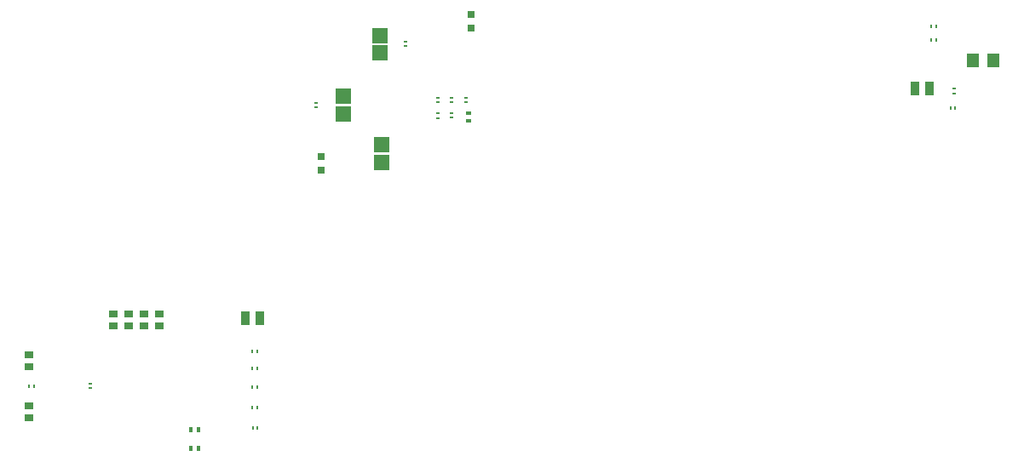
<source format=gbp>
G04*
G04 #@! TF.GenerationSoftware,Altium Limited,Altium Designer,24.1.2 (44)*
G04*
G04 Layer_Color=128*
%FSLAX44Y44*%
%MOMM*%
G71*
G04*
G04 #@! TF.SameCoordinates,0A8073CA-4D69-4BD4-B8E1-8B9189CEBFBB*
G04*
G04*
G04 #@! TF.FilePolarity,Positive*
G04*
G01*
G75*
%ADD23R,0.2500X0.3000*%
%ADD27R,0.9000X0.8000*%
%ADD35R,0.3000X0.2500*%
%ADD43R,1.2000X1.4500*%
%ADD44R,0.4000X0.5000*%
%ADD83R,1.5562X1.5781*%
%ADD84R,0.7000X0.6500*%
%ADD85R,0.5000X0.4000*%
%ADD86R,0.9500X1.3500*%
D23*
X732625Y401320D02*
D03*
X727875D02*
D03*
X732460Y441960D02*
D03*
X727710D02*
D03*
X732460Y461010D02*
D03*
X727710D02*
D03*
X732460Y477520D02*
D03*
X727710D02*
D03*
X732460Y421640D02*
D03*
X727710D02*
D03*
X505625Y443230D02*
D03*
X510375D02*
D03*
X1402410Y801370D02*
D03*
X1407160D02*
D03*
X1402410Y787400D02*
D03*
X1407160D02*
D03*
X1426210Y720090D02*
D03*
X1421460D02*
D03*
D27*
X635000Y515270D02*
D03*
Y503270D02*
D03*
X619760Y514920D02*
D03*
Y502920D02*
D03*
X604520Y514920D02*
D03*
Y502920D02*
D03*
X589280Y514920D02*
D03*
Y502920D02*
D03*
X505460Y474630D02*
D03*
Y462630D02*
D03*
Y411480D02*
D03*
Y423480D02*
D03*
D35*
X880110Y785965D02*
D03*
Y781215D02*
D03*
X791210Y720255D02*
D03*
Y725005D02*
D03*
X939800Y725500D02*
D03*
Y730250D02*
D03*
X925830Y725335D02*
D03*
Y730085D02*
D03*
X911860Y725335D02*
D03*
Y730085D02*
D03*
Y714680D02*
D03*
Y709930D02*
D03*
X925830Y715010D02*
D03*
Y710260D02*
D03*
X566420Y445605D02*
D03*
Y440855D02*
D03*
X1424940Y738810D02*
D03*
Y734060D02*
D03*
D43*
X1443990Y767080D02*
D03*
X1463990D02*
D03*
D44*
X674370Y381000D02*
D03*
X666370D02*
D03*
X674370Y400050D02*
D03*
X666370D02*
D03*
D83*
X854710Y791981D02*
D03*
Y774700D02*
D03*
X817880Y713989D02*
D03*
Y731271D02*
D03*
X855980Y665979D02*
D03*
Y683260D02*
D03*
D84*
X796290Y657860D02*
D03*
Y671360D02*
D03*
X944880Y813200D02*
D03*
Y799700D02*
D03*
D85*
X942340Y715010D02*
D03*
Y707010D02*
D03*
D86*
X735210Y510540D02*
D03*
X720210D02*
D03*
X1400810Y739140D02*
D03*
X1385810D02*
D03*
M02*

</source>
